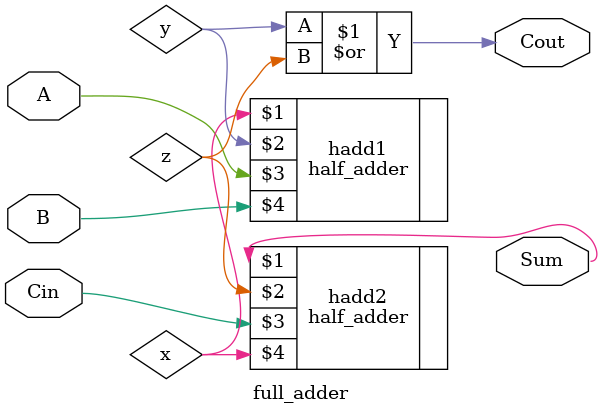
<source format=v>
`include "half_adder.v"
module full_adder(A,B,Cin,Cout,Sum);
input A, B;
input Cin;
output Cout, Sum; 

wire x, y,z; 

half_adder hadd1(x,y,A,B);
half_adder hadd2(Sum,z,Cin, x);

or(Cout, y, z);

endmodule

</source>
